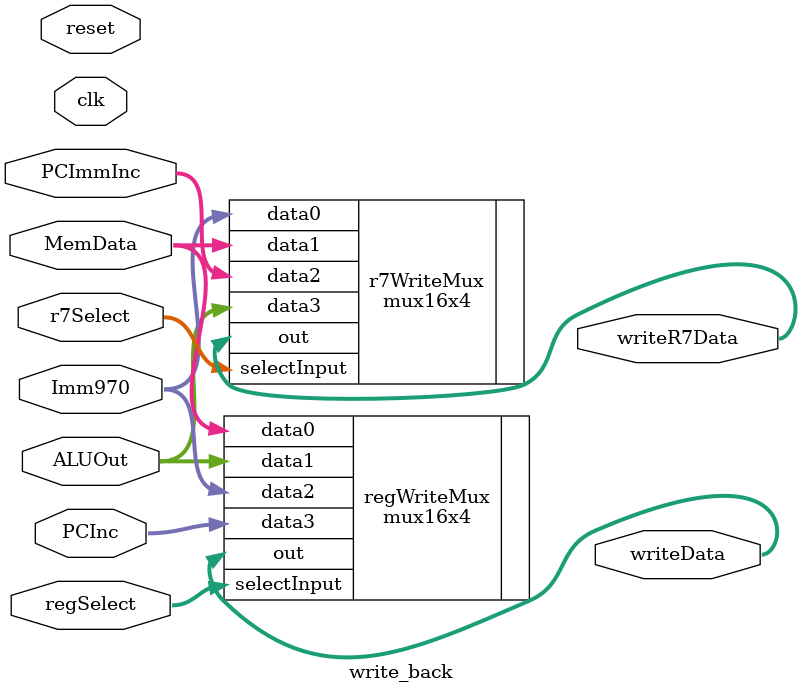
<source format=v>


module write_back(clk, reset, Imm970, MemData, PCImmInc, ALUOut, PCInc, regSelect, r7Select, writeData, writeR7Data);

	output [15:0] writeData, writeR7Data;
	input  [15:0] Imm970, MemData, PCImmInc, ALUOut, PCInc;
	input  [ 1:0] r7Select;
	input  [ 1:0] regSelect;
	input         clk, reset;

	mux16x4 regWriteMux(.data0(MemData), .data1(ALUOut), .data2(Imm970), .data3(PCInc), .selectInput(regSelect), .out(writeData));
	mux16x4 r7WriteMux(.data0(Imm970), .data1(MemData), .data2(PCImmInc), .data3(ALUOut), .selectInput(r7Select), .out(writeR7Data));

endmodule



</source>
